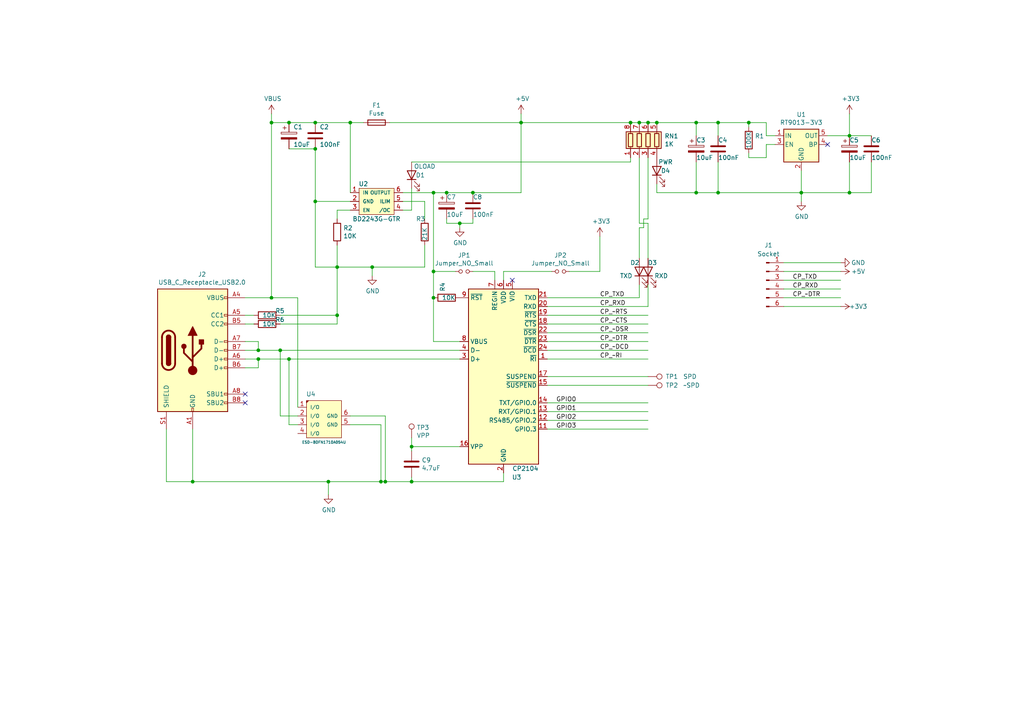
<source format=kicad_sch>
(kicad_sch (version 20211123) (generator eeschema)
  (paper "A4")
  (lib_symbols
    (symbol "Connector:Conn_01x06_Male" (pin_names (offset 1.016) hide)
      (property "Reference" "J" (at 0 7.62 0))
      (property "Value" "Conn_01x06_Male" (at 0 -10.16 0))
      (symbol "Conn_01x06_Male_1_1"
        (polyline (pts (xy 1.27 -7.62) (xy 0.8636 -7.62)) (stroke (width 0.1524)))
        (polyline (pts (xy 1.27 -5.08) (xy 0.8636 -5.08)) (stroke (width 0.1524)))
        (polyline (pts (xy 1.27 -2.54) (xy 0.8636 -2.54)) (stroke (width 0.1524)))
        (polyline (pts (xy 1.27 0) (xy 0.8636 0)) (stroke (width 0.1524)))
        (polyline (pts (xy 1.27 2.54) (xy 0.8636 2.54)) (stroke (width 0.1524)))
        (polyline (pts (xy 1.27 5.08) (xy 0.8636 5.08)) (stroke (width 0.1524)))
        (rectangle (start 0.8636 -7.493) (end 0 -7.747) (stroke (width 0.1524)) (fill (type outline)))
        (rectangle (start 0.8636 -4.953) (end 0 -5.207) (stroke (width 0.1524)) (fill (type outline)))
        (rectangle (start 0.8636 -2.413) (end 0 -2.667) (stroke (width 0.1524)) (fill (type outline)))
        (rectangle (start 0.8636 0.127) (end 0 -0.127) (stroke (width 0.1524)) (fill (type outline)))
        (rectangle (start 0.8636 2.667) (end 0 2.413) (stroke (width 0.1524)) (fill (type outline)))
        (rectangle (start 0.8636 5.207) (end 0 4.953) (stroke (width 0.1524)) (fill (type outline)))
        (pin passive line (at 5.08 5.08 180) (length 3.81) (name "Pin_1") (number "1"))
        (pin passive line (at 5.08 2.54 180) (length 3.81) (name "Pin_2") (number "2"))
        (pin passive line (at 5.08 0 180) (length 3.81) (name "Pin_3") (number "3"))
        (pin passive line (at 5.08 -2.54 180) (length 3.81) (name "Pin_4") (number "4"))
        (pin passive line (at 5.08 -5.08 180) (length 3.81) (name "Pin_5") (number "5"))
        (pin passive line (at 5.08 -7.62 180) (length 3.81) (name "Pin_6") (number "6"))
      )
    )
    (symbol "Connector:TestPoint" (pin_numbers hide) (pin_names (offset 0.762) hide)
      (property "Reference" "TP" (at 0 6.858 0))
      (property "Value" "TestPoint" (at 0 5.08 0))
      (symbol "TestPoint_0_1"
        (circle (center 0 3.302) (radius 0.762))
      )
      (symbol "TestPoint_1_1"
        (pin passive line (at 0 0 90) (length 2.54) (name "1") (number "1"))
      )
    )
    (symbol "Connector:USB_C_Receptacle_USB2.0" (pin_names (offset 1.016))
      (property "Reference" "J" (at -10.16 19.05 0))
      (property "Value" "USB_C_Receptacle_USB2.0" (at 19.05 19.05 0))
      (symbol "USB_C_Receptacle_USB2.0_0_0"
        (rectangle (start -0.254 -17.78) (end 0.254 -16.764))
        (rectangle (start 10.16 -14.986) (end 9.144 -15.494))
        (rectangle (start 10.16 -12.446) (end 9.144 -12.954))
        (rectangle (start 10.16 -4.826) (end 9.144 -5.334))
        (rectangle (start 10.16 -2.286) (end 9.144 -2.794))
        (rectangle (start 10.16 0.254) (end 9.144 -0.254))
        (rectangle (start 10.16 2.794) (end 9.144 2.286))
        (rectangle (start 10.16 7.874) (end 9.144 7.366))
        (rectangle (start 10.16 10.414) (end 9.144 9.906))
        (rectangle (start 10.16 15.494) (end 9.144 14.986))
      )
      (symbol "USB_C_Receptacle_USB2.0_0_1"
        (rectangle (start -10.16 17.78) (end 10.16 -17.78) (stroke (width 0.254)) (fill (type background)))
        (arc (start -8.89 -3.81) (mid -6.985 -5.715) (end -5.08 -3.81) (stroke (width 0.508)))
        (arc (start -7.62 -3.81) (mid -6.985 -4.445) (end -6.35 -3.81) (stroke (width 0.254)))
        (arc (start -7.62 -3.81) (mid -6.985 -4.445) (end -6.35 -3.81) (stroke (width 0.254)) (fill (type outline)))
        (rectangle (start -7.62 -3.81) (end -6.35 3.81) (stroke (width 0.254)) (fill (type outline)))
        (arc (start -6.35 3.81) (mid -6.985 4.445) (end -7.62 3.81) (stroke (width 0.254)))
        (arc (start -6.35 3.81) (mid -6.985 4.445) (end -7.62 3.81) (stroke (width 0.254)) (fill (type outline)))
        (arc (start -5.08 3.81) (mid -6.985 5.715) (end -8.89 3.81) (stroke (width 0.508)))
        (circle (center -2.54 1.143) (radius 0.635) (stroke (width 0.254)) (fill (type outline)))
        (circle (center 0 -5.842) (radius 1.27) (fill (type outline)))
        (polyline (pts (xy -8.89 -3.81) (xy -8.89 3.81)) (stroke (width 0.508)))
        (polyline (pts (xy -5.08 3.81) (xy -5.08 -3.81)) (stroke (width 0.508)))
        (polyline (pts (xy 0 -5.842) (xy 0 4.318)) (stroke (width 0.508)))
        (polyline (pts (xy 0 -3.302) (xy -2.54 -0.762) (xy -2.54 0.508)) (stroke (width 0.508)))
        (polyline (pts (xy 0 -2.032) (xy 2.54 0.508) (xy 2.54 1.778)) (stroke (width 0.508)))
        (polyline (pts (xy -1.27 4.318) (xy 0 6.858) (xy 1.27 4.318) (xy -1.27 4.318)) (stroke (width 0.254)) (fill (type outline)))
        (rectangle (start 1.905 1.778) (end 3.175 3.048) (stroke (width 0.254)) (fill (type outline)))
      )
      (symbol "USB_C_Receptacle_USB2.0_1_1"
        (pin passive line (at 0 -22.86 90) (length 5.08) (name "GND") (number "A1"))
        (pin passive line (at 0 -22.86 90) (length 5.08) hide (name "GND") (number "A12"))
        (pin passive line (at 15.24 15.24 180) (length 5.08) (name "VBUS") (number "A4"))
        (pin bidirectional line (at 15.24 10.16 180) (length 5.08) (name "CC1") (number "A5"))
        (pin bidirectional line (at 15.24 -2.54 180) (length 5.08) (name "D+") (number "A6"))
        (pin bidirectional line (at 15.24 2.54 180) (length 5.08) (name "D-") (number "A7"))
        (pin bidirectional line (at 15.24 -12.7 180) (length 5.08) (name "SBU1") (number "A8"))
        (pin passive line (at 15.24 15.24 180) (length 5.08) hide (name "VBUS") (number "A9"))
        (pin passive line (at 0 -22.86 90) (length 5.08) hide (name "GND") (number "B1"))
        (pin passive line (at 0 -22.86 90) (length 5.08) hide (name "GND") (number "B12"))
        (pin passive line (at 15.24 15.24 180) (length 5.08) hide (name "VBUS") (number "B4"))
        (pin bidirectional line (at 15.24 7.62 180) (length 5.08) (name "CC2") (number "B5"))
        (pin bidirectional line (at 15.24 -5.08 180) (length 5.08) (name "D+") (number "B6"))
        (pin bidirectional line (at 15.24 0 180) (length 5.08) (name "D-") (number "B7"))
        (pin bidirectional line (at 15.24 -15.24 180) (length 5.08) (name "SBU2") (number "B8"))
        (pin passive line (at 15.24 15.24 180) (length 5.08) hide (name "VBUS") (number "B9"))
        (pin passive line (at -7.62 -22.86 90) (length 5.08) (name "SHIELD") (number "S1"))
      )
    )
    (symbol "Device:C" (pin_numbers hide) (pin_names (offset 0.254))
      (property "Reference" "C" (at 0.635 2.54 0))
      (property "Value" "C" (at 0.635 -2.54 0))
      (symbol "C_0_1"
        (polyline (pts (xy -2.032 -0.762) (xy 2.032 -0.762)) (stroke (width 0.508)))
        (polyline (pts (xy -2.032 0.762) (xy 2.032 0.762)) (stroke (width 0.508)))
      )
      (symbol "C_1_1"
        (pin passive line (at 0 3.81 270) (length 2.794) (name "~") (number "1"))
        (pin passive line (at 0 -3.81 90) (length 2.794) (name "~") (number "2"))
      )
    )
    (symbol "Device:CP" (pin_numbers hide) (pin_names (offset 0.254))
      (property "Reference" "C" (at 0.635 2.54 0))
      (property "Value" "Device_CP" (at 0.635 -2.54 0))
      (symbol "CP_0_1"
        (rectangle (start -2.286 0.508) (end 2.286 1.016))
        (polyline (pts (xy -1.778 2.286) (xy -0.762 2.286)))
        (polyline (pts (xy -1.27 2.794) (xy -1.27 1.778)))
        (rectangle (start 2.286 -0.508) (end -2.286 -1.016) (fill (type outline)))
      )
      (symbol "CP_1_1"
        (pin passive line (at 0 3.81 270) (length 2.794) (name "~") (number "1"))
        (pin passive line (at 0 -3.81 90) (length 2.794) (name "~") (number "2"))
      )
    )
    (symbol "Device:Fuse" (pin_numbers hide) (pin_names (offset 0))
      (property "Reference" "F" (at 2.032 0 90))
      (property "Value" "Fuse" (at -1.905 0 90))
      (symbol "Fuse_0_1"
        (rectangle (start -0.762 -2.54) (end 0.762 2.54) (stroke (width 0.254)))
        (polyline (pts (xy 0 2.54) (xy 0 -2.54)))
      )
      (symbol "Fuse_1_1"
        (pin passive line (at 0 3.81 270) (length 1.27) (name "~") (number "1"))
        (pin passive line (at 0 -3.81 90) (length 1.27) (name "~") (number "2"))
      )
    )
    (symbol "Device:Jumper_NO_Small" (pin_numbers hide) (pin_names (offset 0.762) hide)
      (property "Reference" "JP" (at 0 2.032 0))
      (property "Value" "Device_Jumper_NO_Small" (at 0.254 -1.524 0))
      (symbol "Jumper_NO_Small_0_1"
        (circle (center -1.016 0) (radius 0.508))
        (circle (center 1.016 0) (radius 0.508))
        (pin passive line (at -2.54 0 0) (length 1.016) (name "1") (number "1"))
        (pin passive line (at 2.54 0 180) (length 1.016) (name "2") (number "2"))
      )
    )
    (symbol "Device:LED" (pin_numbers hide) (pin_names (offset 1.016) hide)
      (property "Reference" "D" (at 0 2.54 0))
      (property "Value" "LED" (at 0 -2.54 0))
      (symbol "LED_0_1"
        (polyline (pts (xy -1.27 -1.27) (xy -1.27 1.27)) (stroke (width 0.254)))
        (polyline (pts (xy -1.27 0) (xy 1.27 0)))
        (polyline (pts (xy 1.27 -1.27) (xy 1.27 1.27) (xy -1.27 0) (xy 1.27 -1.27)) (stroke (width 0.254)))
        (polyline (pts (xy -3.048 -0.762) (xy -4.572 -2.286) (xy -3.81 -2.286) (xy -4.572 -2.286) (xy -4.572 -1.524)))
        (polyline (pts (xy -1.778 -0.762) (xy -3.302 -2.286) (xy -2.54 -2.286) (xy -3.302 -2.286) (xy -3.302 -1.524)))
      )
      (symbol "LED_1_1"
        (pin passive line (at -3.81 0 0) (length 2.54) (name "K") (number "1"))
        (pin passive line (at 3.81 0 180) (length 2.54) (name "A") (number "2"))
      )
    )
    (symbol "Device:R" (pin_numbers hide) (pin_names (offset 0))
      (property "Reference" "R" (at 2.032 0 90))
      (property "Value" "R" (at 0 0 90))
      (symbol "R_0_1"
        (rectangle (start -1.016 -2.54) (end 1.016 2.54) (stroke (width 0.254)))
      )
      (symbol "R_1_1"
        (pin passive line (at 0 3.81 270) (length 1.27) (name "~") (number "1"))
        (pin passive line (at 0 -3.81 90) (length 1.27) (name "~") (number "2"))
      )
    )
    (symbol "Device:R_Pack04" (pin_names (offset 0) hide)
      (property "Reference" "RN" (at -7.62 0 90))
      (property "Value" "R_Pack04" (at 5.08 0 90))
      (symbol "R_Pack04_0_1"
        (rectangle (start -6.35 -2.413) (end 3.81 2.413) (stroke (width 0.254)) (fill (type background)))
        (rectangle (start -5.715 1.905) (end -4.445 -1.905) (stroke (width 0.254)))
        (rectangle (start -3.175 1.905) (end -1.905 -1.905) (stroke (width 0.254)))
        (rectangle (start -0.635 1.905) (end 0.635 -1.905) (stroke (width 0.254)))
        (polyline (pts (xy -5.08 -2.54) (xy -5.08 -1.905)))
        (polyline (pts (xy -5.08 1.905) (xy -5.08 2.54)))
        (polyline (pts (xy -2.54 -2.54) (xy -2.54 -1.905)))
        (polyline (pts (xy -2.54 1.905) (xy -2.54 2.54)))
        (polyline (pts (xy 0 -2.54) (xy 0 -1.905)))
        (polyline (pts (xy 0 1.905) (xy 0 2.54)))
        (polyline (pts (xy 2.54 -2.54) (xy 2.54 -1.905)))
        (polyline (pts (xy 2.54 1.905) (xy 2.54 2.54)))
        (rectangle (start 1.905 1.905) (end 3.175 -1.905) (stroke (width 0.254)))
      )
      (symbol "R_Pack04_1_1"
        (pin passive line (at -5.08 -5.08 90) (length 2.54) (name "R1.1") (number "1"))
        (pin passive line (at -2.54 -5.08 90) (length 2.54) (name "R2.1") (number "2"))
        (pin passive line (at 0 -5.08 90) (length 2.54) (name "R3.1") (number "3"))
        (pin passive line (at 2.54 -5.08 90) (length 2.54) (name "R4.1") (number "4"))
        (pin passive line (at 2.54 5.08 270) (length 2.54) (name "R4.2") (number "5"))
        (pin passive line (at 0 5.08 270) (length 2.54) (name "R3.2") (number "6"))
        (pin passive line (at -2.54 5.08 270) (length 2.54) (name "R2.2") (number "7"))
        (pin passive line (at -5.08 5.08 270) (length 2.54) (name "R1.2") (number "8"))
      )
    )
    (symbol "Interface_USB:CP2104"
      (property "Reference" "U" (at -5.08 28.575 0))
      (property "Value" "CP2104" (at -5.08 26.67 0))
      (symbol "CP2104_1_1"
        (rectangle (start -10.16 25.4) (end 10.16 -25.4) (stroke (width 0.254)) (fill (type background)))
        (pin input line (at 12.7 5.08 180) (length 2.54) (name "~{RI}") (number "1"))
        (pin no_connect line (at 10.16 -20.32 180) (length 2.54) hide (name "NC") (number "10"))
        (pin bidirectional line (at 12.7 -15.24 180) (length 2.54) (name "GPIO.3") (number "11"))
        (pin bidirectional line (at 12.7 -12.7 180) (length 2.54) (name "RS485/GPIO.2") (number "12"))
        (pin bidirectional line (at 12.7 -10.16 180) (length 2.54) (name "RXT/GPIO.1") (number "13"))
        (pin bidirectional line (at 12.7 -7.62 180) (length 2.54) (name "TXT/GPIO.0") (number "14"))
        (pin output line (at 12.7 -2.54 180) (length 2.54) (name "~{SUSPEND}") (number "15"))
        (pin passive line (at -12.7 -20.32 0) (length 2.54) (name "VPP") (number "16"))
        (pin output line (at 12.7 0 180) (length 2.54) (name "SUSPEND") (number "17"))
        (pin input line (at 12.7 15.24 180) (length 2.54) (name "~{CTS}") (number "18"))
        (pin output line (at 12.7 17.78 180) (length 2.54) (name "~{RTS}") (number "19"))
        (pin power_in line (at 0 -27.94 90) (length 2.54) (name "GND") (number "2"))
        (pin input line (at 12.7 20.32 180) (length 2.54) (name "RXD") (number "20"))
        (pin output line (at 12.7 22.86 180) (length 2.54) (name "TXD") (number "21"))
        (pin input line (at 12.7 12.7 180) (length 2.54) (name "~{DSR}") (number "22"))
        (pin output line (at 12.7 10.16 180) (length 2.54) (name "~{DTR}") (number "23"))
        (pin input line (at 12.7 7.62 180) (length 2.54) (name "~{DCD}") (number "24"))
        (pin passive line (at 0 -27.94 90) (length 2.54) hide (name "GND") (number "25"))
        (pin bidirectional line (at -12.7 5.08 0) (length 2.54) (name "D+") (number "3"))
        (pin bidirectional line (at -12.7 7.62 0) (length 2.54) (name "D-") (number "4"))
        (pin power_in line (at 2.54 27.94 270) (length 2.54) (name "VIO") (number "5"))
        (pin power_in line (at 0 27.94 270) (length 2.54) (name "VDD") (number "6"))
        (pin power_in line (at -2.54 27.94 270) (length 2.54) (name "REGIN") (number "7"))
        (pin input line (at -12.7 10.16 0) (length 2.54) (name "VBUS") (number "8"))
        (pin bidirectional line (at -12.7 22.86 0) (length 2.54) (name "~{RST}") (number "9"))
      )
    )
    (symbol "My_Library:BD2243G-GTR" (pin_names (offset 1.016))
      (property "Reference" "U" (at -5.08 5.08 0))
      (property "Value" "My_Library_BD2243G-GTR" (at 0 -5.08 0))
      (symbol "BD2243G-GTR_0_1"
        (rectangle (start -5.08 -3.81) (end 5.08 3.81) (fill (type background)))
      )
      (symbol "BD2243G-GTR_1_1"
        (pin power_in line (at -7.62 2.54 0) (length 2.54) (name "IN") (number "1"))
        (pin power_out line (at -7.62 0 0) (length 2.54) (name "GND") (number "2"))
        (pin input line (at -7.62 -2.54 0) (length 2.54) (name "EN") (number "3"))
        (pin input line (at 7.62 -2.54 180) (length 2.54) (name "/OC") (number "4"))
        (pin input line (at 7.62 0 180) (length 2.54) (name "ILIM") (number "5"))
        (pin power_out line (at 7.62 2.54 180) (length 2.54) (name "OUTPUT") (number "6"))
      )
    )
    (symbol "My_Library:ESD-BDFN1710A054U" (pin_names (offset 1.016))
      (property "Reference" "U" (at -4.445 5.715 0))
      (property "Value" "My_Library_ESD-BDFN1710A054U" (at -0.635 -6.985 0))
      (symbol "ESD-BDFN1710A054U_0_1"
        (rectangle (start -5.08 -6.35) (end 5.08 4.445) (fill (type background)))
        (polyline (pts (xy -5.08 4.445) (xy -5.08 3.81) (xy -4.445 4.445) (xy -5.08 4.445)) (fill (type outline)))
      )
      (symbol "ESD-BDFN1710A054U_1_1"
        (pin bidirectional line (at -7.62 2.54 0) (length 2.54) (name "I/O") (number "1"))
        (pin bidirectional line (at -7.62 0 0) (length 2.54) (name "I/O") (number "2"))
        (pin bidirectional line (at -7.62 -2.54 0) (length 2.54) (name "I/O") (number "3"))
        (pin bidirectional line (at -7.62 -5.08 0) (length 2.54) (name "I/O") (number "4"))
        (pin bidirectional line (at 7.62 -2.54 180) (length 2.54) (name "GND") (number "5"))
        (pin bidirectional line (at 7.62 0 180) (length 2.54) (name "GND") (number "6"))
      )
    )
    (symbol "Regulator_Linear:MIC5205-3.3YM5" (pin_names (offset 0.254))
      (property "Reference" "U" (at -3.81 5.715 0))
      (property "Value" "MIC5205-3.3YM5" (at 0 5.715 0))
      (symbol "MIC5205-3.3YM5_0_1"
        (rectangle (start -5.08 4.445) (end 5.08 -5.08) (stroke (width 0.254)) (fill (type background)))
      )
      (symbol "MIC5205-3.3YM5_1_1"
        (pin power_in line (at -7.62 2.54 0) (length 2.54) (name "IN") (number "1"))
        (pin power_in line (at 0 -7.62 90) (length 2.54) (name "GND") (number "2"))
        (pin input line (at -7.62 0 0) (length 2.54) (name "EN") (number "3"))
        (pin input line (at 7.62 0 180) (length 2.54) (name "BP") (number "4"))
        (pin power_out line (at 7.62 2.54 180) (length 2.54) (name "OUT") (number "5"))
      )
    )
    (symbol "power:+3V3" (power) (pin_names (offset 0))
      (property "Value" "+3V3" (at 0 3.556 0))
      (symbol "+3V3_0_1"
        (polyline (pts (xy -0.762 1.27) (xy 0 2.54)))
        (polyline (pts (xy 0 0) (xy 0 2.54)))
        (polyline (pts (xy 0 2.54) (xy 0.762 1.27)))
      )
      (symbol "+3V3_1_1"
        (pin power_in line (at 0 0 90) (length 0) hide (name "+3V3") (number "1"))
      )
    )
    (symbol "power:+5V" (power) (pin_names (offset 0))
      (property "Value" "+5V" (at 0 3.556 0))
      (symbol "+5V_0_1"
        (polyline (pts (xy -0.762 1.27) (xy 0 2.54)))
        (polyline (pts (xy 0 0) (xy 0 2.54)))
        (polyline (pts (xy 0 2.54) (xy 0.762 1.27)))
      )
      (symbol "+5V_1_1"
        (pin power_in line (at 0 0 90) (length 0) hide (name "+5V") (number "1"))
      )
    )
    (symbol "power:GND" (power) (pin_names (offset 0))
      (property "Value" "GND" (at 0 -3.81 0))
      (symbol "GND_0_1"
        (polyline (pts (xy 0 0) (xy 0 -1.27) (xy 1.27 -1.27) (xy 0 -2.54) (xy -1.27 -1.27) (xy 0 -1.27)))
      )
      (symbol "GND_1_1"
        (pin power_in line (at 0 0 270) (length 0) hide (name "GND") (number "1"))
      )
    )
    (symbol "power:VBUS" (power) (pin_names (offset 0))
      (property "Value" "VBUS" (at 0 3.81 0))
      (symbol "VBUS_0_1"
        (polyline (pts (xy -0.762 1.27) (xy 0 2.54)))
        (polyline (pts (xy 0 0) (xy 0 2.54)))
        (polyline (pts (xy 0 2.54) (xy 0.762 1.27)))
      )
      (symbol "VBUS_1_1"
        (pin power_in line (at 0 0 90) (length 0) hide (name "VBUS") (number "1"))
      )
    )
  )
  (junction (at 74.93 104.14))
  (junction (at 208.28 55.88))
  (junction (at 119.38 129.54))
  (junction (at 91.44 43.18))
  (junction (at 208.28 35.56))
  (junction (at 129.54 55.88))
  (junction (at 91.44 35.56))
  (junction (at 232.41 55.88))
  (junction (at 91.44 58.42))
  (junction (at 201.93 55.88))
  (junction (at 185.42 35.56))
  (junction (at 119.38 139.7))
  (junction (at 78.74 35.56))
  (junction (at 74.93 101.6))
  (junction (at 217.17 35.56))
  (junction (at 190.5 35.56))
  (junction (at 110.49 139.7))
  (junction (at 187.96 35.56))
  (junction (at 83.82 104.14))
  (junction (at 55.88 139.7))
  (junction (at 81.28 101.6))
  (junction (at 97.79 91.44))
  (junction (at 246.38 55.88))
  (junction (at 125.73 86.36))
  (junction (at 107.95 77.47))
  (junction (at 133.35 64.77))
  (junction (at 101.6 35.56))
  (junction (at 111.76 139.7))
  (junction (at 125.73 78.74))
  (junction (at 182.88 35.56))
  (junction (at 151.13 35.56))
  (junction (at 201.93 35.56))
  (junction (at 137.16 55.88))
  (junction (at 83.82 35.56))
  (junction (at 95.25 139.7))
  (junction (at 78.74 86.36))
  (junction (at 125.73 55.88))
  (junction (at 97.79 77.47))
  (junction (at 246.38 39.37))
  (no_connect (at 71.12 116.84))
  (no_connect (at 71.12 114.3))
  (no_connect (at 240.03 41.91))
  (no_connect (at 148.59 81.28))
  (wire (pts (xy 74.93 106.68) (xy 74.93 104.14)))
  (wire (pts (xy 129.54 63.5) (xy 129.54 64.77)))
  (wire (pts (xy 101.6 35.56) (xy 91.44 35.56)))
  (wire (pts (xy 222.25 35.56) (xy 222.25 39.37)))
  (wire (pts (xy 78.74 35.56) (xy 78.74 86.36)))
  (wire (pts (xy 208.28 39.37) (xy 208.28 35.56)))
  (wire (pts (xy 217.17 36.83) (xy 217.17 35.56)))
  (wire (pts (xy 71.12 93.98) (xy 73.66 93.98)))
  (wire (pts (xy 227.33 81.28) (xy 243.84 81.28)))
  (wire (pts (xy 97.79 71.12) (xy 97.79 77.47)))
  (wire (pts (xy 81.28 93.98) (xy 97.79 93.98)))
  (wire (pts (xy 186.69 66.04) (xy 186.69 63.5)))
  (wire (pts (xy 129.54 55.88) (xy 137.16 55.88)))
  (wire (pts (xy 107.95 77.47) (xy 107.95 80.01)))
  (wire (pts (xy 119.38 139.7) (xy 146.05 139.7)))
  (wire (pts (xy 97.79 60.96) (xy 97.79 63.5)))
  (wire (pts (xy 78.74 33.02) (xy 78.74 35.56)))
  (wire (pts (xy 158.75 121.92) (xy 187.96 121.92)))
  (wire (pts (xy 201.93 55.88) (xy 208.28 55.88)))
  (wire (pts (xy 201.93 35.56) (xy 208.28 35.56)))
  (wire (pts (xy 71.12 101.6) (xy 74.93 101.6)))
  (wire (pts (xy 91.44 77.47) (xy 97.79 77.47)))
  (wire (pts (xy 125.73 99.06) (xy 125.73 86.36)))
  (wire (pts (xy 71.12 99.06) (xy 74.93 99.06)))
  (wire (pts (xy 158.75 86.36) (xy 185.42 86.36)))
  (wire (pts (xy 246.38 55.88) (xy 232.41 55.88)))
  (wire (pts (xy 83.82 35.56) (xy 78.74 35.56)))
  (wire (pts (xy 132.08 78.74) (xy 125.73 78.74)))
  (wire (pts (xy 151.13 55.88) (xy 151.13 35.56)))
  (wire (pts (xy 133.35 64.77) (xy 133.35 66.04)))
  (wire (pts (xy 185.42 74.93) (xy 185.42 66.04)))
  (wire (pts (xy 116.84 55.88) (xy 125.73 55.88)))
  (wire (pts (xy 227.33 83.82) (xy 243.84 83.82)))
  (wire (pts (xy 111.76 120.65) (xy 111.76 139.7)))
  (wire (pts (xy 187.96 82.55) (xy 187.96 88.9)))
  (wire (pts (xy 217.17 45.72) (xy 217.17 44.45)))
  (wire (pts (xy 137.16 55.88) (xy 151.13 55.88)))
  (wire (pts (xy 119.38 130.81) (xy 119.38 129.54)))
  (wire (pts (xy 123.19 58.42) (xy 123.19 63.5)))
  (wire (pts (xy 224.79 41.91) (xy 222.25 41.91)))
  (wire (pts (xy 55.88 124.46) (xy 55.88 139.7)))
  (wire (pts (xy 158.75 91.44) (xy 187.96 91.44)))
  (wire (pts (xy 208.28 35.56) (xy 217.17 35.56)))
  (wire (pts (xy 217.17 35.56) (xy 222.25 35.56)))
  (wire (pts (xy 91.44 35.56) (xy 83.82 35.56)))
  (wire (pts (xy 187.96 35.56) (xy 190.5 35.56)))
  (wire (pts (xy 81.28 101.6) (xy 81.28 120.65)))
  (wire (pts (xy 110.49 139.7) (xy 111.76 139.7)))
  (wire (pts (xy 208.28 55.88) (xy 232.41 55.88)))
  (wire (pts (xy 158.75 104.14) (xy 187.96 104.14)))
  (wire (pts (xy 83.82 43.18) (xy 91.44 43.18)))
  (wire (pts (xy 246.38 46.99) (xy 246.38 55.88)))
  (wire (pts (xy 190.5 35.56) (xy 201.93 35.56)))
  (wire (pts (xy 81.28 101.6) (xy 133.35 101.6)))
  (wire (pts (xy 74.93 99.06) (xy 74.93 101.6)))
  (wire (pts (xy 97.79 77.47) (xy 107.95 77.47)))
  (wire (pts (xy 116.84 60.96) (xy 119.38 60.96)))
  (wire (pts (xy 125.73 55.88) (xy 129.54 55.88)))
  (wire (pts (xy 74.93 104.14) (xy 83.82 104.14)))
  (wire (pts (xy 119.38 129.54) (xy 133.35 129.54)))
  (wire (pts (xy 123.19 77.47) (xy 107.95 77.47)))
  (wire (pts (xy 158.75 119.38) (xy 187.96 119.38)))
  (wire (pts (xy 97.79 91.44) (xy 97.79 77.47)))
  (wire (pts (xy 158.75 93.98) (xy 187.96 93.98)))
  (wire (pts (xy 101.6 60.96) (xy 97.79 60.96)))
  (wire (pts (xy 113.03 35.56) (xy 151.13 35.56)))
  (wire (pts (xy 222.25 45.72) (xy 217.17 45.72)))
  (wire (pts (xy 101.6 58.42) (xy 91.44 58.42)))
  (wire (pts (xy 83.82 123.19) (xy 83.82 104.14)))
  (wire (pts (xy 240.03 39.37) (xy 246.38 39.37)))
  (wire (pts (xy 55.88 139.7) (xy 95.25 139.7)))
  (wire (pts (xy 252.73 55.88) (xy 252.73 46.99)))
  (wire (pts (xy 101.6 55.88) (xy 101.6 35.56)))
  (wire (pts (xy 137.16 64.77) (xy 137.16 63.5)))
  (wire (pts (xy 101.6 123.19) (xy 110.49 123.19)))
  (wire (pts (xy 74.93 101.6) (xy 81.28 101.6)))
  (wire (pts (xy 173.99 68.58) (xy 173.99 78.74)))
  (wire (pts (xy 119.38 46.99) (xy 182.88 46.99)))
  (wire (pts (xy 123.19 71.12) (xy 123.19 77.47)))
  (wire (pts (xy 146.05 78.74) (xy 160.02 78.74)))
  (wire (pts (xy 71.12 104.14) (xy 74.93 104.14)))
  (wire (pts (xy 158.75 116.84) (xy 187.96 116.84)))
  (wire (pts (xy 186.69 63.5) (xy 187.96 63.5)))
  (wire (pts (xy 222.25 39.37) (xy 224.79 39.37)))
  (wire (pts (xy 151.13 35.56) (xy 182.88 35.56)))
  (wire (pts (xy 182.88 46.99) (xy 182.88 45.72)))
  (wire (pts (xy 116.84 58.42) (xy 123.19 58.42)))
  (wire (pts (xy 158.75 88.9) (xy 187.96 88.9)))
  (wire (pts (xy 158.75 124.46) (xy 187.96 124.46)))
  (wire (pts (xy 48.26 124.46) (xy 48.26 139.7)))
  (wire (pts (xy 222.25 41.91) (xy 222.25 45.72)))
  (wire (pts (xy 151.13 35.56) (xy 151.13 33.02)))
  (wire (pts (xy 111.76 139.7) (xy 119.38 139.7)))
  (wire (pts (xy 201.93 39.37) (xy 201.93 35.56)))
  (wire (pts (xy 71.12 86.36) (xy 78.74 86.36)))
  (wire (pts (xy 208.28 46.99) (xy 208.28 55.88)))
  (wire (pts (xy 125.73 99.06) (xy 133.35 99.06)))
  (wire (pts (xy 232.41 49.53) (xy 232.41 55.88)))
  (wire (pts (xy 86.36 123.19) (xy 83.82 123.19)))
  (wire (pts (xy 143.51 78.74) (xy 143.51 81.28)))
  (wire (pts (xy 83.82 104.14) (xy 133.35 104.14)))
  (wire (pts (xy 101.6 35.56) (xy 105.41 35.56)))
  (wire (pts (xy 146.05 78.74) (xy 146.05 81.28)))
  (wire (pts (xy 158.75 96.52) (xy 187.96 96.52)))
  (wire (pts (xy 227.33 78.74) (xy 243.84 78.74)))
  (wire (pts (xy 81.28 91.44) (xy 97.79 91.44)))
  (wire (pts (xy 185.42 45.72) (xy 185.42 64.77)))
  (wire (pts (xy 129.54 64.77) (xy 133.35 64.77)))
  (wire (pts (xy 137.16 78.74) (xy 143.51 78.74)))
  (wire (pts (xy 119.38 60.96) (xy 119.38 54.61)))
  (wire (pts (xy 91.44 58.42) (xy 91.44 77.47)))
  (wire (pts (xy 119.38 129.54) (xy 119.38 127)))
  (wire (pts (xy 91.44 43.18) (xy 91.44 58.42)))
  (wire (pts (xy 119.38 138.43) (xy 119.38 139.7)))
  (wire (pts (xy 182.88 35.56) (xy 185.42 35.56)))
  (wire (pts (xy 71.12 91.44) (xy 73.66 91.44)))
  (wire (pts (xy 158.75 109.22) (xy 187.96 109.22)))
  (wire (pts (xy 185.42 35.56) (xy 187.96 35.56)))
  (wire (pts (xy 227.33 88.9) (xy 243.84 88.9)))
  (wire (pts (xy 95.25 139.7) (xy 95.25 143.51)))
  (wire (pts (xy 48.26 139.7) (xy 55.88 139.7)))
  (wire (pts (xy 185.42 66.04) (xy 186.69 66.04)))
  (wire (pts (xy 190.5 55.88) (xy 190.5 53.34)))
  (wire (pts (xy 185.42 82.55) (xy 185.42 86.36)))
  (wire (pts (xy 232.41 55.88) (xy 232.41 58.42)))
  (wire (pts (xy 246.38 39.37) (xy 246.38 33.02)))
  (wire (pts (xy 201.93 46.99) (xy 201.93 55.88)))
  (wire (pts (xy 110.49 123.19) (xy 110.49 139.7)))
  (wire (pts (xy 86.36 86.36) (xy 86.36 118.11)))
  (wire (pts (xy 227.33 86.36) (xy 243.84 86.36)))
  (wire (pts (xy 125.73 86.36) (xy 125.73 78.74)))
  (wire (pts (xy 187.96 64.77) (xy 187.96 74.93)))
  (wire (pts (xy 227.33 76.2) (xy 243.84 76.2)))
  (wire (pts (xy 158.75 99.06) (xy 187.96 99.06)))
  (wire (pts (xy 97.79 93.98) (xy 97.79 91.44)))
  (wire (pts (xy 133.35 64.77) (xy 137.16 64.77)))
  (wire (pts (xy 78.74 86.36) (xy 86.36 86.36)))
  (wire (pts (xy 187.96 63.5) (xy 187.96 45.72)))
  (wire (pts (xy 158.75 101.6) (xy 187.96 101.6)))
  (wire (pts (xy 190.5 55.88) (xy 201.93 55.88)))
  (wire (pts (xy 125.73 78.74) (xy 125.73 55.88)))
  (wire (pts (xy 95.25 139.7) (xy 110.49 139.7)))
  (wire (pts (xy 158.75 111.76) (xy 187.96 111.76)))
  (wire (pts (xy 246.38 55.88) (xy 252.73 55.88)))
  (wire (pts (xy 101.6 120.65) (xy 111.76 120.65)))
  (wire (pts (xy 246.38 39.37) (xy 252.73 39.37)))
  (wire (pts (xy 173.99 78.74) (xy 165.1 78.74)))
  (wire (pts (xy 185.42 64.77) (xy 187.96 64.77)))
  (wire (pts (xy 71.12 106.68) (xy 74.93 106.68)))
  (wire (pts (xy 81.28 120.65) (xy 86.36 120.65)))
  (wire (pts (xy 146.05 137.16) (xy 146.05 139.7)))
  (label "CP_TXD" (at 229.87 81.28 0))
  (label "GPIO3" (at 161.29 124.46 0))
  (label "CP_~DCD" (at 173.99 101.6 0))
  (label "CP_~RI" (at 173.99 104.14 0))
  (label "CP_TXD" (at 173.99 86.36 0))
  (label "GPIO2" (at 161.29 121.92 0))
  (label "CP_RXD" (at 173.99 88.9 0))
  (label "CP_~DTR" (at 229.87 86.36 0))
  (label "CP_~DTR" (at 173.99 99.06 0))
  (label "GPIO0" (at 161.29 116.84 0))
  (label "CP_~RTS" (at 173.99 91.44 0))
  (label "CP_RXD" (at 229.87 83.82 0))
  (label "CP_~CTS" (at 173.99 93.98 0))
  (label "GPIO1" (at 161.29 119.38 0))
  (label "CP_~DSR" (at 173.99 96.52 0))
  (symbol (lib_id "Connector:USB_C_Receptacle_USB2.0") (at 55.88 101.6 0) (unit 1)
    (property "Reference" "J2" (at 58.5978 79.5782 0))
    (property "Value" "USB_C_Receptacle_USB2.0" (at 58.5978 81.8896 0))
    (property "Footprint" "Connector_USB:USB_C_Receptacle_HRO_TYPE-C-31-M-12" (effects hide))
    (property "Datasheet" "https://www.usb.org/sites/default/files/documents/usb_type-c.zip" (effects hide))
  )
  (symbol (lib_id "Device:R") (at 129.54 86.36 90) (unit 1)
    (property "Reference" "R4" (at 128.3716 84.582 0) (effects (justify left)))
    (property "Value" "10K" (at 132.08 86.36 90) (effects (justify left)))
    (property "Footprint" "Resistor_SMD:R_0402_1005Metric" (effects hide))
  )
  (symbol (lib_id "My_Library:BD2243G-GTR") (at 109.22 58.42 0) (unit 1)
    (property "Reference" "U2" (at 105.41 53.34 0))
    (property "Value" "BD2243G-GTR" (at 109.22 63.5 0))
    (property "Footprint" "Package_TO_SOT_SMD:SOT-23-6" (effects hide))
  )
  (symbol (lib_id "Device:R_Pack04") (at 187.96 40.64 0) (unit 1)
    (property "Reference" "RN1" (at 192.7352 39.4716 0) (effects (justify left)))
    (property "Value" "1K" (at 192.7352 41.783 0) (effects (justify left)))
    (property "Footprint" "Resistor_SMD:R_Array_Concave_4x0402" (effects hide))
  )
  (symbol (lib_id "Device:R") (at 77.47 93.98 90) (unit 1)
    (property "Reference" "R6" (at 82.55 92.71 90) (effects (justify left)))
    (property "Value" "10K" (at 80.01 93.98 90) (effects (justify left)))
    (property "Footprint" "Resistor_SMD:R_0402_1005Metric" (effects hide))
  )
  (symbol (lib_id "Device:C") (at 208.28 43.18 0) (unit 1)
    (property "Reference" "C4" (at 208.28 40.64 0) (effects (justify left)))
    (property "Value" "100nF" (at 208.28 45.72 0) (effects (justify left)))
    (property "Footprint" "Capacitor_SMD:C_0402_1005Metric" (effects hide))
  )
  (symbol (lib_id "Device:R") (at 123.19 67.31 0) (unit 1)
    (property "Reference" "R3" (at 120.65 63.5 0) (effects (justify left)))
    (property "Value" "21K" (at 123.19 69.85 90) (effects (justify left)))
    (property "Footprint" "Resistor_SMD:R_0402_1005Metric" (effects hide))
  )
  (symbol (lib_id "Device:Jumper_NO_Small") (at 134.62 78.74 0) (unit 1)
    (property "Reference" "JP1" (at 134.62 74.041 0))
    (property "Value" "Jumper_NO_Small" (at 134.62 76.3524 0))
    (property "Footprint" "My_Library:JUMP_OPEN_2P_0.3MMx0.5MM" (effects hide))
  )
  (symbol (lib_id "Connector:TestPoint") (at 119.38 127 0) (unit 1)
    (property "Reference" "TP3" (at 120.8532 124.0028 0) (effects (justify left)))
    (property "Value" "VPP" (at 120.8532 126.3142 0) (effects (justify left)))
    (property "Footprint" "TestPoint:TestPoint_Pad_D1.0mm" (effects hide))
  )
  (symbol (lib_id "Device:R") (at 77.47 91.44 90) (unit 1)
    (property "Reference" "R5" (at 82.55 90.17 90) (effects (justify left)))
    (property "Value" "10K" (at 80.01 91.44 90) (effects (justify left)))
    (property "Footprint" "Resistor_SMD:R_0402_1005Metric" (effects hide))
  )
  (symbol (lib_id "Connector:Conn_01x06_Male") (at 222.25 81.28 0) (unit 1)
    (property "Reference" "J1" (at 222.885 71.12 0))
    (property "Value" "Socket" (at 222.885 73.66 0))
    (property "Footprint" "Connector_Harwin:Harwin_M20-89006xx_1x06_P2.54mm_Horizontal" (effects hide))
  )
  (symbol (lib_id "power:GND") (at 133.35 66.04 0) (unit 1)
    (property "Reference" "#PWR05" (effects hide))
    (property "Value" "GND" (at 133.477 70.4342 0))
  )
  (symbol (lib_id "Device:LED") (at 190.5 49.53 90) (unit 1)
    (property "Reference" "D4" (at 193.04 49.53 90))
    (property "Value" "PWR" (at 193.04 46.99 90))
    (property "Footprint" "LED_SMD:LED_0402_1005Metric" (effects hide))
  )
  (symbol (lib_id "power:GND") (at 232.41 58.42 0) (unit 1)
    (property "Reference" "#PWR04" (effects hide))
    (property "Value" "GND" (at 232.537 62.8142 0))
  )
  (symbol (lib_id "Device:C") (at 252.73 43.18 0) (unit 1)
    (property "Reference" "C6" (at 252.73 40.64 0) (effects (justify left)))
    (property "Value" "100nF" (at 252.73 45.72 0) (effects (justify left)))
    (property "Footprint" "Capacitor_SMD:C_0402_1005Metric" (effects hide))
  )
  (symbol (lib_id "Device:Fuse") (at 109.22 35.56 270) (unit 1)
    (property "Reference" "F1" (at 109.22 30.5562 90))
    (property "Value" "Fuse" (at 109.22 32.8676 90))
    (property "Footprint" "Fuse:Fuse_0805_2012Metric" (effects hide))
  )
  (symbol (lib_id "power:GND") (at 243.84 76.2 90) (unit 1)
    (property "Reference" "#PWR09" (effects hide))
    (property "Value" "GND" (at 248.92 76.2 90))
  )
  (symbol (lib_id "Device:LED") (at 119.38 50.8 90) (unit 1)
    (property "Reference" "D1" (at 121.92 50.8 90))
    (property "Value" "OLOAD" (at 123.19 48.26 90))
    (property "Footprint" "LED_SMD:LED_0402_1005Metric" (effects hide))
  )
  (symbol (lib_id "power:+3V3") (at 243.84 88.9 270) (unit 1)
    (property "Reference" "#PWR010" (effects hide))
    (property "Value" "+3V3" (at 248.92 88.9 90))
  )
  (symbol (lib_id "Device:CP") (at 201.93 43.18 0) (unit 1)
    (property "Reference" "C3" (at 201.93 40.64 0) (effects (justify left)))
    (property "Value" "10uF" (at 201.93 45.72 0) (effects (justify left)))
    (property "Footprint" "Capacitor_SMD:C_0603_1608Metric" (effects hide))
  )
  (symbol (lib_id "Interface_USB:CP2104") (at 146.05 109.22 0) (unit 1)
    (property "Reference" "U3" (at 149.86 138.43 0))
    (property "Value" "CP2104" (at 152.4 135.89 0))
    (property "Footprint" "Package_DFN_QFN:QFN-24-1EP_4x4mm_P0.5mm_EP2.6x2.6mm" (effects hide))
    (property "Datasheet" "https://www.silabs.com/documents/public/data-sheets/cp2104.pdf" (effects hide))
  )
  (symbol (lib_id "Device:R") (at 217.17 40.64 0) (unit 1)
    (property "Reference" "R1" (at 218.948 39.4716 0) (effects (justify left)))
    (property "Value" "100K" (at 217.17 43.18 90) (effects (justify left)))
    (property "Footprint" "Resistor_SMD:R_0402_1005Metric" (effects hide))
  )
  (symbol (lib_id "Device:R") (at 97.79 67.31 0) (unit 1)
    (property "Reference" "R2" (at 99.568 66.1416 0) (effects (justify left)))
    (property "Value" "10K" (at 99.568 68.453 0) (effects (justify left)))
    (property "Footprint" "Resistor_SMD:R_0402_1005Metric" (effects hide))
  )
  (symbol (lib_id "Device:C") (at 91.44 39.37 0) (unit 1)
    (property "Reference" "C2" (at 92.71 36.83 0) (effects (justify left)))
    (property "Value" "100nF" (at 92.71 41.91 0) (effects (justify left)))
    (property "Footprint" "Capacitor_SMD:C_0402_1005Metric" (effects hide))
  )
  (symbol (lib_id "Device:LED") (at 185.42 78.74 90) (unit 1)
    (property "Reference" "D2" (at 184.15 76.2 90))
    (property "Value" "TXD" (at 181.61 80.01 90))
    (property "Footprint" "LED_SMD:LED_0402_1005Metric" (effects hide))
  )
  (symbol (lib_id "My_Library:ESD-BDFN1710A054U") (at 93.98 120.65 0) (unit 1)
    (property "Reference" "U4" (at 90.17 114.3 0))
    (property "Value" "ESD-BDFN1710A054U" (at 93.98 128.27 0) (effects (font (size 0.762 0.762))))
    (property "Footprint" "My_Library:DFN1710-6" (effects hide))
  )
  (symbol (lib_id "Device:CP") (at 129.54 59.69 0) (unit 1)
    (property "Reference" "C7" (at 129.54 57.15 0) (effects (justify left)))
    (property "Value" "10uF" (at 129.54 62.23 0) (effects (justify left)))
    (property "Footprint" "Capacitor_SMD:C_0603_1608Metric" (effects hide))
  )
  (symbol (lib_id "power:+5V") (at 243.84 78.74 270) (unit 1)
    (property "Reference" "#PWR08" (effects hide))
    (property "Value" "+5V" (at 248.92 78.74 90))
  )
  (symbol (lib_id "Connector:TestPoint") (at 187.96 109.22 270) (unit 1)
    (property "Reference" "TP1" (at 193.04 109.22 90) (effects (justify left)))
    (property "Value" "SPD" (at 198.12 109.22 90) (effects (justify left)))
    (property "Footprint" "TestPoint:TestPoint_Pad_D1.0mm" (effects hide))
  )
  (symbol (lib_id "Device:LED") (at 187.96 78.74 90) (unit 1)
    (property "Reference" "D3" (at 189.23 76.2 90))
    (property "Value" "RXD" (at 191.77 80.01 90))
    (property "Footprint" "LED_SMD:LED_0402_1005Metric" (effects hide))
  )
  (symbol (lib_id "power:VBUS") (at 78.74 33.02 0) (unit 1)
    (property "Reference" "#PWR01" (effects hide))
    (property "Value" "VBUS" (at 79.121 28.6258 0))
  )
  (symbol (lib_id "power:+3V3") (at 246.38 33.02 0) (unit 1)
    (property "Reference" "#PWR03" (effects hide))
    (property "Value" "+3V3" (at 246.761 28.6258 0))
  )
  (symbol (lib_id "Device:CP") (at 83.82 39.37 0) (unit 1)
    (property "Reference" "C1" (at 85.09 36.83 0) (effects (justify left)))
    (property "Value" "10uF" (at 85.09 41.91 0) (effects (justify left)))
    (property "Footprint" "Capacitor_Tantalum_SMD:CP_EIA-3216-10_Kemet-I" (effects hide))
  )
  (symbol (lib_id "power:GND") (at 107.95 80.01 0) (unit 1)
    (property "Reference" "#PWR07" (effects hide))
    (property "Value" "GND" (at 108.077 84.4042 0))
  )
  (symbol (lib_id "Connector:TestPoint") (at 187.96 111.76 270) (unit 1)
    (property "Reference" "TP2" (at 193.04 111.76 90) (effects (justify left)))
    (property "Value" "~SPD" (at 198.12 111.76 90) (effects (justify left)))
    (property "Footprint" "TestPoint:TestPoint_Pad_D1.0mm" (effects hide))
  )
  (symbol (lib_id "Regulator_Linear:MIC5205-3.3YM5") (at 232.41 41.91 0) (unit 1)
    (property "Reference" "U1" (at 232.41 33.2232 0))
    (property "Value" "RT9013-3V3" (at 232.41 35.5346 0))
    (property "Footprint" "Package_TO_SOT_SMD:SOT-23-5" (effects hide))
    (property "Datasheet" "http://ww1.microchip.com/downloads/en/DeviceDoc/20005785A.pdf" (effects hide))
  )
  (symbol (lib_id "Device:C") (at 119.38 134.62 0) (unit 1)
    (property "Reference" "C9" (at 122.301 133.4516 0) (effects (justify left)))
    (property "Value" "4.7uF" (at 122.301 135.763 0) (effects (justify left)))
    (property "Footprint" "Capacitor_SMD:C_0402_1005Metric" (effects hide))
  )
  (symbol (lib_id "Device:CP") (at 246.38 43.18 0) (unit 1)
    (property "Reference" "C5" (at 246.38 40.64 0) (effects (justify left)))
    (property "Value" "10uF" (at 246.38 45.72 0) (effects (justify left)))
    (property "Footprint" "Capacitor_SMD:C_0603_1608Metric" (effects hide))
  )
  (symbol (lib_id "Device:Jumper_NO_Small") (at 162.56 78.74 0) (unit 1)
    (property "Reference" "JP2" (at 162.56 74.041 0))
    (property "Value" "Jumper_NO_Small" (at 162.56 76.3524 0))
    (property "Footprint" "My_Library:JUMP_OPEN_2P_0.3MMx0.5MM" (effects hide))
  )
  (symbol (lib_id "power:+5V") (at 151.13 33.02 0) (unit 1)
    (property "Reference" "#PWR02" (effects hide))
    (property "Value" "+5V" (at 151.511 28.6258 0))
  )
  (symbol (lib_id "Device:C") (at 137.16 59.69 0) (unit 1)
    (property "Reference" "C8" (at 137.16 57.15 0) (effects (justify left)))
    (property "Value" "100nF" (at 137.16 62.23 0) (effects (justify left)))
    (property "Footprint" "Capacitor_SMD:C_0402_1005Metric" (effects hide))
  )
  (symbol (lib_id "power:+3V3") (at 173.99 68.58 0) (unit 1)
    (property "Reference" "#PWR06" (effects hide))
    (property "Value" "+3V3" (at 174.371 64.1858 0))
  )
  (symbol (lib_id "power:GND") (at 95.25 143.51 0) (unit 1)
    (property "Reference" "#PWR011" (effects hide))
    (property "Value" "GND" (at 95.377 147.9042 0))
  )
)
</source>
